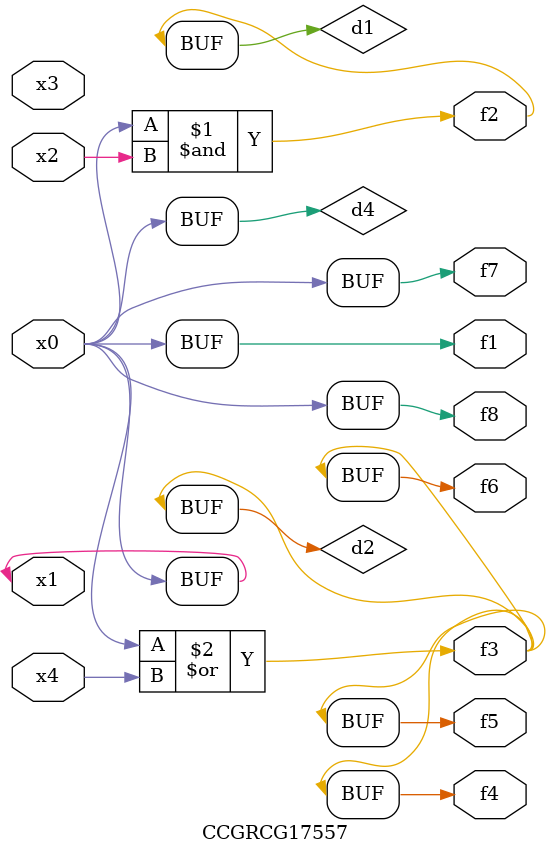
<source format=v>
module CCGRCG17557(
	input x0, x1, x2, x3, x4,
	output f1, f2, f3, f4, f5, f6, f7, f8
);

	wire d1, d2, d3, d4;

	and (d1, x0, x2);
	or (d2, x0, x4);
	nand (d3, x0, x2);
	buf (d4, x0, x1);
	assign f1 = d4;
	assign f2 = d1;
	assign f3 = d2;
	assign f4 = d2;
	assign f5 = d2;
	assign f6 = d2;
	assign f7 = d4;
	assign f8 = d4;
endmodule

</source>
